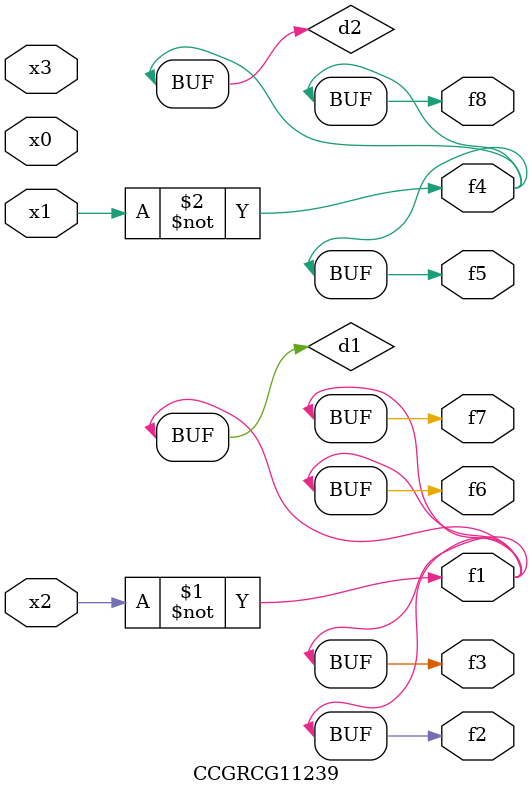
<source format=v>
module CCGRCG11239(
	input x0, x1, x2, x3,
	output f1, f2, f3, f4, f5, f6, f7, f8
);

	wire d1, d2;

	xnor (d1, x2);
	not (d2, x1);
	assign f1 = d1;
	assign f2 = d1;
	assign f3 = d1;
	assign f4 = d2;
	assign f5 = d2;
	assign f6 = d1;
	assign f7 = d1;
	assign f8 = d2;
endmodule

</source>
